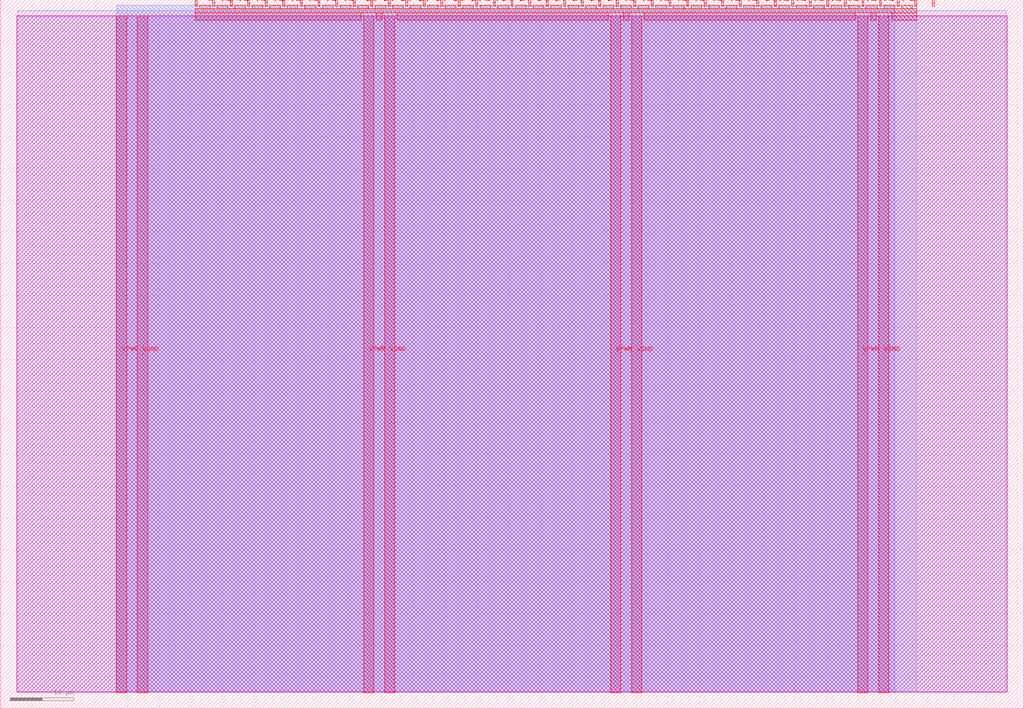
<source format=lef>
VERSION 5.7 ;
  NOWIREEXTENSIONATPIN ON ;
  DIVIDERCHAR "/" ;
  BUSBITCHARS "[]" ;
MACRO tt_um_wokwi_442977548950021121
  CLASS BLOCK ;
  FOREIGN tt_um_wokwi_442977548950021121 ;
  ORIGIN 0.000 0.000 ;
  SIZE 161.000 BY 111.520 ;
  PIN VGND
    DIRECTION INOUT ;
    USE GROUND ;
    PORT
      LAYER met4 ;
        RECT 21.580 2.480 23.180 109.040 ;
    END
    PORT
      LAYER met4 ;
        RECT 60.450 2.480 62.050 109.040 ;
    END
    PORT
      LAYER met4 ;
        RECT 99.320 2.480 100.920 109.040 ;
    END
    PORT
      LAYER met4 ;
        RECT 138.190 2.480 139.790 109.040 ;
    END
  END VGND
  PIN VPWR
    DIRECTION INOUT ;
    USE POWER ;
    PORT
      LAYER met4 ;
        RECT 18.280 2.480 19.880 109.040 ;
    END
    PORT
      LAYER met4 ;
        RECT 57.150 2.480 58.750 109.040 ;
    END
    PORT
      LAYER met4 ;
        RECT 96.020 2.480 97.620 109.040 ;
    END
    PORT
      LAYER met4 ;
        RECT 134.890 2.480 136.490 109.040 ;
    END
  END VPWR
  PIN clk
    DIRECTION INPUT ;
    USE SIGNAL ;
    ANTENNAGATEAREA 0.159000 ;
    PORT
      LAYER met4 ;
        RECT 143.830 110.520 144.130 111.520 ;
    END
  END clk
  PIN ena
    DIRECTION INPUT ;
    USE SIGNAL ;
    PORT
      LAYER met4 ;
        RECT 146.590 110.520 146.890 111.520 ;
    END
  END ena
  PIN rst_n
    DIRECTION INPUT ;
    USE SIGNAL ;
    PORT
      LAYER met4 ;
        RECT 141.070 110.520 141.370 111.520 ;
    END
  END rst_n
  PIN ui_in[0]
    DIRECTION INPUT ;
    USE SIGNAL ;
    PORT
      LAYER met4 ;
        RECT 138.310 110.520 138.610 111.520 ;
    END
  END ui_in[0]
  PIN ui_in[1]
    DIRECTION INPUT ;
    USE SIGNAL ;
    ANTENNAGATEAREA 0.196500 ;
    PORT
      LAYER met4 ;
        RECT 135.550 110.520 135.850 111.520 ;
    END
  END ui_in[1]
  PIN ui_in[2]
    DIRECTION INPUT ;
    USE SIGNAL ;
    PORT
      LAYER met4 ;
        RECT 132.790 110.520 133.090 111.520 ;
    END
  END ui_in[2]
  PIN ui_in[3]
    DIRECTION INPUT ;
    USE SIGNAL ;
    PORT
      LAYER met4 ;
        RECT 130.030 110.520 130.330 111.520 ;
    END
  END ui_in[3]
  PIN ui_in[4]
    DIRECTION INPUT ;
    USE SIGNAL ;
    ANTENNAGATEAREA 0.159000 ;
    PORT
      LAYER met4 ;
        RECT 127.270 110.520 127.570 111.520 ;
    END
  END ui_in[4]
  PIN ui_in[5]
    DIRECTION INPUT ;
    USE SIGNAL ;
    ANTENNAGATEAREA 0.159000 ;
    PORT
      LAYER met4 ;
        RECT 124.510 110.520 124.810 111.520 ;
    END
  END ui_in[5]
  PIN ui_in[6]
    DIRECTION INPUT ;
    USE SIGNAL ;
    ANTENNAGATEAREA 0.159000 ;
    PORT
      LAYER met4 ;
        RECT 121.750 110.520 122.050 111.520 ;
    END
  END ui_in[6]
  PIN ui_in[7]
    DIRECTION INPUT ;
    USE SIGNAL ;
    ANTENNAGATEAREA 0.159000 ;
    PORT
      LAYER met4 ;
        RECT 118.990 110.520 119.290 111.520 ;
    END
  END ui_in[7]
  PIN uio_in[0]
    DIRECTION INPUT ;
    USE SIGNAL ;
    PORT
      LAYER met4 ;
        RECT 116.230 110.520 116.530 111.520 ;
    END
  END uio_in[0]
  PIN uio_in[1]
    DIRECTION INPUT ;
    USE SIGNAL ;
    PORT
      LAYER met4 ;
        RECT 113.470 110.520 113.770 111.520 ;
    END
  END uio_in[1]
  PIN uio_in[2]
    DIRECTION INPUT ;
    USE SIGNAL ;
    PORT
      LAYER met4 ;
        RECT 110.710 110.520 111.010 111.520 ;
    END
  END uio_in[2]
  PIN uio_in[3]
    DIRECTION INPUT ;
    USE SIGNAL ;
    PORT
      LAYER met4 ;
        RECT 107.950 110.520 108.250 111.520 ;
    END
  END uio_in[3]
  PIN uio_in[4]
    DIRECTION INPUT ;
    USE SIGNAL ;
    PORT
      LAYER met4 ;
        RECT 105.190 110.520 105.490 111.520 ;
    END
  END uio_in[4]
  PIN uio_in[5]
    DIRECTION INPUT ;
    USE SIGNAL ;
    PORT
      LAYER met4 ;
        RECT 102.430 110.520 102.730 111.520 ;
    END
  END uio_in[5]
  PIN uio_in[6]
    DIRECTION INPUT ;
    USE SIGNAL ;
    PORT
      LAYER met4 ;
        RECT 99.670 110.520 99.970 111.520 ;
    END
  END uio_in[6]
  PIN uio_in[7]
    DIRECTION INPUT ;
    USE SIGNAL ;
    PORT
      LAYER met4 ;
        RECT 96.910 110.520 97.210 111.520 ;
    END
  END uio_in[7]
  PIN uio_oe[0]
    DIRECTION OUTPUT ;
    USE SIGNAL ;
    PORT
      LAYER met4 ;
        RECT 49.990 110.520 50.290 111.520 ;
    END
  END uio_oe[0]
  PIN uio_oe[1]
    DIRECTION OUTPUT ;
    USE SIGNAL ;
    PORT
      LAYER met4 ;
        RECT 47.230 110.520 47.530 111.520 ;
    END
  END uio_oe[1]
  PIN uio_oe[2]
    DIRECTION OUTPUT ;
    USE SIGNAL ;
    PORT
      LAYER met4 ;
        RECT 44.470 110.520 44.770 111.520 ;
    END
  END uio_oe[2]
  PIN uio_oe[3]
    DIRECTION OUTPUT ;
    USE SIGNAL ;
    PORT
      LAYER met4 ;
        RECT 41.710 110.520 42.010 111.520 ;
    END
  END uio_oe[3]
  PIN uio_oe[4]
    DIRECTION OUTPUT ;
    USE SIGNAL ;
    PORT
      LAYER met4 ;
        RECT 38.950 110.520 39.250 111.520 ;
    END
  END uio_oe[4]
  PIN uio_oe[5]
    DIRECTION OUTPUT ;
    USE SIGNAL ;
    PORT
      LAYER met4 ;
        RECT 36.190 110.520 36.490 111.520 ;
    END
  END uio_oe[5]
  PIN uio_oe[6]
    DIRECTION OUTPUT ;
    USE SIGNAL ;
    PORT
      LAYER met4 ;
        RECT 33.430 110.520 33.730 111.520 ;
    END
  END uio_oe[6]
  PIN uio_oe[7]
    DIRECTION OUTPUT ;
    USE SIGNAL ;
    PORT
      LAYER met4 ;
        RECT 30.670 110.520 30.970 111.520 ;
    END
  END uio_oe[7]
  PIN uio_out[0]
    DIRECTION OUTPUT ;
    USE SIGNAL ;
    PORT
      LAYER met4 ;
        RECT 72.070 110.520 72.370 111.520 ;
    END
  END uio_out[0]
  PIN uio_out[1]
    DIRECTION OUTPUT ;
    USE SIGNAL ;
    PORT
      LAYER met4 ;
        RECT 69.310 110.520 69.610 111.520 ;
    END
  END uio_out[1]
  PIN uio_out[2]
    DIRECTION OUTPUT ;
    USE SIGNAL ;
    PORT
      LAYER met4 ;
        RECT 66.550 110.520 66.850 111.520 ;
    END
  END uio_out[2]
  PIN uio_out[3]
    DIRECTION OUTPUT ;
    USE SIGNAL ;
    PORT
      LAYER met4 ;
        RECT 63.790 110.520 64.090 111.520 ;
    END
  END uio_out[3]
  PIN uio_out[4]
    DIRECTION OUTPUT ;
    USE SIGNAL ;
    PORT
      LAYER met4 ;
        RECT 61.030 110.520 61.330 111.520 ;
    END
  END uio_out[4]
  PIN uio_out[5]
    DIRECTION OUTPUT ;
    USE SIGNAL ;
    PORT
      LAYER met4 ;
        RECT 58.270 110.520 58.570 111.520 ;
    END
  END uio_out[5]
  PIN uio_out[6]
    DIRECTION OUTPUT ;
    USE SIGNAL ;
    PORT
      LAYER met4 ;
        RECT 55.510 110.520 55.810 111.520 ;
    END
  END uio_out[6]
  PIN uio_out[7]
    DIRECTION OUTPUT ;
    USE SIGNAL ;
    PORT
      LAYER met4 ;
        RECT 52.750 110.520 53.050 111.520 ;
    END
  END uio_out[7]
  PIN uo_out[0]
    DIRECTION OUTPUT ;
    USE SIGNAL ;
    ANTENNADIFFAREA 0.445500 ;
    PORT
      LAYER met4 ;
        RECT 94.150 110.520 94.450 111.520 ;
    END
  END uo_out[0]
  PIN uo_out[1]
    DIRECTION OUTPUT ;
    USE SIGNAL ;
    ANTENNADIFFAREA 0.445500 ;
    PORT
      LAYER met4 ;
        RECT 91.390 110.520 91.690 111.520 ;
    END
  END uo_out[1]
  PIN uo_out[2]
    DIRECTION OUTPUT ;
    USE SIGNAL ;
    PORT
      LAYER met4 ;
        RECT 88.630 110.520 88.930 111.520 ;
    END
  END uo_out[2]
  PIN uo_out[3]
    DIRECTION OUTPUT ;
    USE SIGNAL ;
    PORT
      LAYER met4 ;
        RECT 85.870 110.520 86.170 111.520 ;
    END
  END uo_out[3]
  PIN uo_out[4]
    DIRECTION OUTPUT ;
    USE SIGNAL ;
    ANTENNADIFFAREA 0.445500 ;
    PORT
      LAYER met4 ;
        RECT 83.110 110.520 83.410 111.520 ;
    END
  END uo_out[4]
  PIN uo_out[5]
    DIRECTION OUTPUT ;
    USE SIGNAL ;
    ANTENNADIFFAREA 0.445500 ;
    PORT
      LAYER met4 ;
        RECT 80.350 110.520 80.650 111.520 ;
    END
  END uo_out[5]
  PIN uo_out[6]
    DIRECTION OUTPUT ;
    USE SIGNAL ;
    ANTENNADIFFAREA 0.445500 ;
    PORT
      LAYER met4 ;
        RECT 77.590 110.520 77.890 111.520 ;
    END
  END uo_out[6]
  PIN uo_out[7]
    DIRECTION OUTPUT ;
    USE SIGNAL ;
    ANTENNADIFFAREA 0.445500 ;
    PORT
      LAYER met4 ;
        RECT 74.830 110.520 75.130 111.520 ;
    END
  END uo_out[7]
  OBS
      LAYER nwell ;
        RECT 2.570 2.635 158.430 108.990 ;
      LAYER li1 ;
        RECT 2.760 2.635 158.240 108.885 ;
      LAYER met1 ;
        RECT 2.760 2.480 158.240 109.780 ;
      LAYER met2 ;
        RECT 18.310 2.535 140.670 110.685 ;
      LAYER met3 ;
        RECT 18.290 2.555 144.170 110.665 ;
      LAYER met4 ;
        RECT 31.370 110.120 33.030 110.665 ;
        RECT 34.130 110.120 35.790 110.665 ;
        RECT 36.890 110.120 38.550 110.665 ;
        RECT 39.650 110.120 41.310 110.665 ;
        RECT 42.410 110.120 44.070 110.665 ;
        RECT 45.170 110.120 46.830 110.665 ;
        RECT 47.930 110.120 49.590 110.665 ;
        RECT 50.690 110.120 52.350 110.665 ;
        RECT 53.450 110.120 55.110 110.665 ;
        RECT 56.210 110.120 57.870 110.665 ;
        RECT 58.970 110.120 60.630 110.665 ;
        RECT 61.730 110.120 63.390 110.665 ;
        RECT 64.490 110.120 66.150 110.665 ;
        RECT 67.250 110.120 68.910 110.665 ;
        RECT 70.010 110.120 71.670 110.665 ;
        RECT 72.770 110.120 74.430 110.665 ;
        RECT 75.530 110.120 77.190 110.665 ;
        RECT 78.290 110.120 79.950 110.665 ;
        RECT 81.050 110.120 82.710 110.665 ;
        RECT 83.810 110.120 85.470 110.665 ;
        RECT 86.570 110.120 88.230 110.665 ;
        RECT 89.330 110.120 90.990 110.665 ;
        RECT 92.090 110.120 93.750 110.665 ;
        RECT 94.850 110.120 96.510 110.665 ;
        RECT 97.610 110.120 99.270 110.665 ;
        RECT 100.370 110.120 102.030 110.665 ;
        RECT 103.130 110.120 104.790 110.665 ;
        RECT 105.890 110.120 107.550 110.665 ;
        RECT 108.650 110.120 110.310 110.665 ;
        RECT 111.410 110.120 113.070 110.665 ;
        RECT 114.170 110.120 115.830 110.665 ;
        RECT 116.930 110.120 118.590 110.665 ;
        RECT 119.690 110.120 121.350 110.665 ;
        RECT 122.450 110.120 124.110 110.665 ;
        RECT 125.210 110.120 126.870 110.665 ;
        RECT 127.970 110.120 129.630 110.665 ;
        RECT 130.730 110.120 132.390 110.665 ;
        RECT 133.490 110.120 135.150 110.665 ;
        RECT 136.250 110.120 137.910 110.665 ;
        RECT 139.010 110.120 140.670 110.665 ;
        RECT 141.770 110.120 143.430 110.665 ;
        RECT 30.655 109.440 144.145 110.120 ;
        RECT 30.655 108.295 56.750 109.440 ;
        RECT 59.150 108.295 60.050 109.440 ;
        RECT 62.450 108.295 95.620 109.440 ;
        RECT 98.020 108.295 98.920 109.440 ;
        RECT 101.320 108.295 134.490 109.440 ;
        RECT 136.890 108.295 137.790 109.440 ;
        RECT 140.190 108.295 144.145 109.440 ;
  END
END tt_um_wokwi_442977548950021121
END LIBRARY


</source>
